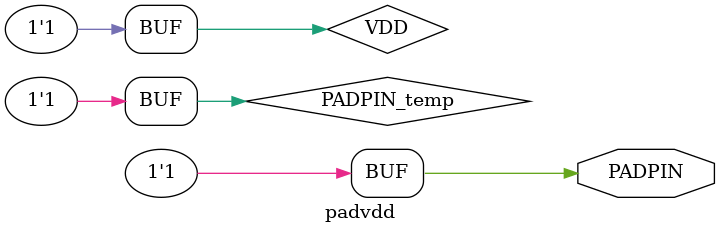
<source format=v>
module padvdd(PADPIN);
  parameter N = 0;
  parameter SLIM_FLAG = 0;
  parameter PTYPE = "REGULAR";
  parameter YPITCH = "12ma";
  parameter
        d_PADPIN_r = 1,
        d_PADPIN_f = 1;
  output  PADPIN;
  reg  PADPIN_temp;
  supply1  VDD;
  assign #(d_PADPIN_r,d_PADPIN_f) PADPIN = PADPIN_temp;
  initial
    PADPIN_temp = 1'b1;
endmodule

</source>
